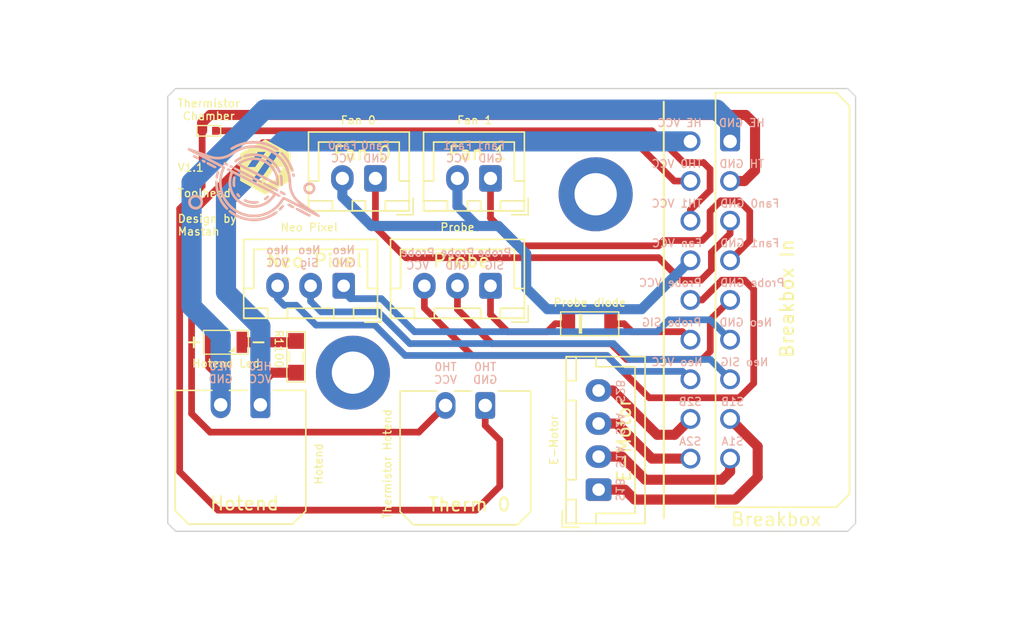
<source format=kicad_pcb>
(kicad_pcb (version 20211014) (generator pcbnew)
  (layers (0 "F.Cu" signal) (31 "B.Cu" signal) (34 "B.Paste" user) (35 "F.Paste" user) (36 "B.SilkS" user "B.Silkscreen") (37 "F.SilkS" user "F.Silkscreen") (38 "B.Mask" user) (39 "F.Mask" user) (44 "Edge.Cuts" user))
  (net 0 "")
  (footprint "Connector_Molex:Molex_Micro-Fit_3.0_43650-0200_1x02_P3.00mm_Horizontal" (layer "F.Cu") (at 92 102.48 180)
    (fp_text reference "Therm 0" (at 1.2 -7.5) (layer "F.SilkS"))
    (fp_text value "Molex_Micro-Fit_3.0_43650-0200_1x02_P3.00mm_Horizontal" hide)
    (pad "" np_thru_hole circle (at 1.5 -4.32 180) (size 3 3) (drill 3) (layers *.Cu *.Mask))
    (pad "1" thru_hole roundrect (at 0 0 180) (size 1.5 2.02) (drill 1.02) (layers *.Cu *.Mask) (roundrect_rratio 0.1666673333))
    (pad "2" thru_hole oval (at 3 0 180) (size 1.5 2.02) (drill 1.02) (layers *.Cu *.Mask))
  )
  (footprint "MountingHole:MountingHole_3.2mm_M3_DIN965_Pad" (layer "F.Cu") (at 100.35 86.5)
    (fp_text reference "REF**" hide)
    (fp_text value "MountingHole_3.2mm_M3_DIN965_Pad" hide)
    (pad "1" thru_hole circle (at 0 0) (size 5.6 5.6) (drill 3.2) (layers *.Cu *.Mask))
  )
  (footprint "Connector_JST:JST_XH_B3B-XH-A_1x03_P2.50mm_Vertical" (layer "F.Cu") (at 81.3 93.425 180)
    (fp_text reference "Neo Pixel" (at 2.2 1.9) (layer "F.SilkS"))
    (fp_text value "JST_XH_B3B-XH-A_1x03_P2.50mm_Vertical" hide)
    (pad "1" thru_hole roundrect (at 0 0 180) (size 1.7 1.95) (drill 0.95) (layers *.Cu *.Mask) (roundrect_rratio 0.1470588235))
    (pad "2" thru_hole oval (at 2.5 0 180) (size 1.7 1.95) (drill 0.95) (layers *.Cu *.Mask))
    (pad "3" thru_hole oval (at 5 0 180) (size 1.7 1.95) (drill 0.95) (layers *.Cu *.Mask))
  )
  (footprint "Connector_JST:JST_XH_B4B-XH-A_1x04_P2.50mm_Vertical" (layer "F.Cu") (at 100.575 108.85 90)
    (fp_text reference "E-Motor" (at 3.75 1.925 90) (layer "F.SilkS"))
    (fp_text value "JST_XH_B4B-XH-A_1x04_P2.50mm_Vertical" hide)
    (pad "1" thru_hole roundrect (at 0 0 90) (size 1.7 1.95) (drill 0.95) (layers *.Cu *.Mask) (roundrect_rratio 0.1470588235))
    (pad "2" thru_hole oval (at 2.5 0 90) (size 1.7 1.95) (drill 0.95) (layers *.Cu *.Mask))
    (pad "3" thru_hole oval (at 5 0 90) (size 1.7 1.95) (drill 0.95) (layers *.Cu *.Mask))
    (pad "4" thru_hole oval (at 7.5 0 90) (size 1.7 1.95) (drill 0.95) (layers *.Cu *.Mask))
  )
  (footprint "voron_diode:BAS85,135" (layer "F.Cu") (at 99.9 96.3)
    (fp_text reference "Probe filter diode" hide)
    (fp_text value "BAS85,135" hide)
    (pad "1" smd rect (at -1.6 0) (size 1 1.6) (layers "F.Cu" "F.Paste" "F.Mask"))
    (pad "2" smd rect (at 1.6 0) (size 1 1.6) (layers "F.Cu" "F.Paste" "F.Mask"))
  )
  (footprint "voron_resistor:CR0805-FX-1101ELF" (layer "F.Cu") (at 77.7 98.8 -90)
    (fp_text reference "R1100" (at -0.6 1.3 -90 unlocked) (layer "F.SilkS") (effects (font (size 0.6 0.6) (thickness 0.1))))
    (fp_text value "CR0805-FX-1101ELF" hide)
    (pad "1" smd rect (at -1.2 0 270) (size 1.2 1.2) (layers "F.Cu" "F.Paste" "F.Mask"))
    (pad "2" smd rect (at 1.2 0 270) (size 1.2 1.2) (layers "F.Cu" "F.Paste" "F.Mask"))
  )
  (footprint "voron_thermistor:NTCS0402E3104FHT" (layer "F.Cu") (at 71.1 81.7)
    (fp_text reference "Thermistor Chamber" hide)
    (fp_text value "NTCS0402E3104FHT" hide)
    (pad "1" smd rect (at -0.5015 -0.001) (size 0.5 0.6) (layers "F.Cu" "F.Paste" "F.Mask"))
    (pad "2" smd rect (at 0.5 0) (size 0.5 0.6) (layers "F.Cu" "F.Paste" "F.Mask"))
  )
  (footprint "MountingHole:MountingHole_3.2mm_M3_DIN965_Pad" (layer "F.Cu") (at 82 100)
    (fp_text reference "REF**" hide)
    (fp_text value "MountingHole_3.2mm_M3_DIN965_Pad" hide)
    (pad "1" thru_hole circle (at 0 0) (size 5.6 5.6) (drill 3.2) (layers *.Cu *.Mask))
  )
  (footprint "Connector_Molex:Molex_Micro-Fit_3.0_43650-0200_1x02_P3.00mm_Horizontal" (layer "F.Cu") (at 75 102.43 180)
    (fp_text reference "Hotend" (at 1.2 -7.47) (layer "F.SilkS"))
    (fp_text value "Molex_Micro-Fit_3.0_43650-0200_1x02_P3.00mm_Horizontal" hide)
    (pad "" np_thru_hole circle (at 1.5 -4.32 180) (size 3 3) (drill 3) (layers *.Cu *.Mask))
    (pad "1" thru_hole roundrect (at 0 0 180) (size 1.5 2.02) (drill 1.02) (layers *.Cu *.Mask) (roundrect_rratio 0.1666673333))
    (pad "2" thru_hole oval (at 3 0 180) (size 1.5 2.02) (drill 1.02) (layers *.Cu *.Mask))
  )
  (footprint "Connector_JST:JST_XH_B2B-XH-A_1x02_P2.50mm_Vertical" (layer "F.Cu") (at 92.4 85.3 180)
    (fp_text reference "Fan 1" (at 1 1.9) (layer "F.SilkS"))
    (fp_text value "JST_XH_B2B-XH-A_1x02_P2.50mm_Vertical" hide)
    (pad "1" thru_hole roundrect (at 0 0 180) (size 1.7 2) (drill 1) (layers *.Cu *.Mask) (roundrect_rratio 0.1470588235))
    (pad "2" thru_hole oval (at 2.5 0 180) (size 1.7 2) (drill 1) (layers *.Cu *.Mask))
  )
  (footprint "voron_logo:voron_logo_5x5_negatif" (layer "F.Cu") (at 75.4 84.4)
    (fp_text reference "G***" hide)
    (fp_text value "LOGO" hide)
  )
  (footprint "voron_led:150302RS73100" (layer "F.Cu") (at 72.4 97.7)
    (fp_text reference "Hotend Led" (at 0 1.6 unlocked) (layer "F.SilkS") (effects (font (size 0.6 0.6) (thickness 0.1))))
    (fp_text value "150302RS73100" hide)
    (fp_text user "+" (at -2.43 -0.07 unlocked) (layer "F.SilkS"))
    (fp_text user "-" (at 2.46 -0.07 unlocked) (layer "F.SilkS"))
    (pad "1" smd rect (at -1.2 0) (size 0.8 1.6) (layers "F.Cu" "F.Paste" "F.Mask"))
    (pad "2" smd rect (at 1.2 0) (size 0.8 1.6) (layers "F.Cu" "F.Paste" "F.Mask"))
  )
  (footprint "Connector_Molex:Molex_Micro-Fit_3.0_43045-1800_2x09_P3.00mm_Horizontal" (layer "F.Cu") (at 110.515 82.5 -90)
    (fp_text reference "Breakbox In" (at 11.89 -4.3 90) (layer "F.SilkS"))
    (fp_text value "Molex_Micro-Fit_3.0_43045-1800_2x09_P3.00mm_Horizontal" hide)
    (pad "" np_thru_hole circle (at 21.86 -4.32 270) (size 3 3) (drill 3) (layers *.Cu *.Mask))
    (pad "" np_thru_hole circle (at 2.16 -4.32 270) (size 3 3) (drill 3) (layers *.Cu *.Mask))
    (pad "1" thru_hole roundrect (at 0 0 270) (size 1.5 1.5) (drill 1.02) (layers *.Cu *.Mask) (roundrect_rratio 0.1666673333))
    (pad "2" thru_hole circle (at 3 0 270) (size 1.5 1.5) (drill 1.02) (layers *.Cu *.Mask))
    (pad "3" thru_hole circle (at 6 0 270) (size 1.5 1.5) (drill 1.02) (layers *.Cu *.Mask))
    (pad "4" thru_hole circle (at 9 0 270) (size 1.5 1.5) (drill 1.02) (layers *.Cu *.Mask))
    (pad "5" thru_hole circle (at 12 0 270) (size 1.5 1.5) (drill 1.02) (layers *.Cu *.Mask))
    (pad "6" thru_hole circle (at 15 0 270) (size 1.5 1.5) (drill 1.02) (layers *.Cu *.Mask))
    (pad "7" thru_hole circle (at 18 0 270) (size 1.5 1.5) (drill 1.02) (layers *.Cu *.Mask))
    (pad "8" thru_hole circle (at 21 0 270) (size 1.5 1.5) (drill 1.02) (layers *.Cu *.Mask))
    (pad "9" thru_hole circle (at 24 0 270) (size 1.5 1.5) (drill 1.02) (layers *.Cu *.Mask))
    (pad "10" thru_hole circle (at 0 3 270) (size 1.5 1.5) (drill 1.02) (layers *.Cu *.Mask))
    (pad "11" thru_hole circle (at 3 3 270) (size 1.5 1.5) (drill 1.02) (layers *.Cu *.Mask))
    (pad "12" thru_hole circle (at 6 3 270) (size 1.5 1.5) (drill 1.02) (layers *.Cu *.Mask))
    (pad "13" thru_hole circle (at 9 3 270) (size 1.5 1.5) (drill 1.02) (layers *.Cu *.Mask))
    (pad "14" thru_hole circle (at 12 3 270) (size 1.5 1.5) (drill 1.02) (layers *.Cu *.Mask))
    (pad "15" thru_hole circle (at 15 3 270) (size 1.5 1.5) (drill 1.02) (layers *.Cu *.Mask))
    (pad "16" thru_hole circle (at 18 3 270) (size 1.5 1.5) (drill 1.02) (layers *.Cu *.Mask))
    (pad "17" thru_hole circle (at 21 3 270) (size 1.5 1.5) (drill 1.02) (layers *.Cu *.Mask))
    (pad "18" thru_hole circle (at 24 3 270) (size 1.5 1.5) (drill 1.02) (layers *.Cu *.Mask))
  )
  (footprint "Connector_JST:JST_XH_B2B-XH-A_1x02_P2.50mm_Vertical" (layer "F.Cu") (at 83.7 85.3 180)
    (fp_text reference "Fan 0" (at 1 1.9) (layer "F.SilkS"))
    (fp_text value "JST_XH_B2B-XH-A_1x02_P2.50mm_Vertical" hide)
    (pad "1" thru_hole roundrect (at 0 0 180) (size 1.7 2) (drill 1) (layers *.Cu *.Mask) (roundrect_rratio 0.1470588235))
    (pad "2" thru_hole oval (at 2.5 0 180) (size 1.7 2) (drill 1) (layers *.Cu *.Mask))
  )
  (footprint "Connector_JST:JST_XH_B3B-XH-A_1x03_P2.50mm_Vertical" (layer "F.Cu") (at 92.4 93.425 180)
    (fp_text reference "Probe" (at 2.2 1.9) (layer "F.SilkS"))
    (fp_text value "JST_XH_B3B-XH-A_1x03_P2.50mm_Vertical" hide)
    (pad "1" thru_hole roundrect (at 0 0 180) (size 1.7 1.95) (drill 0.95) (layers *.Cu *.Mask) (roundrect_rratio 0.1470588235))
    (pad "2" thru_hole oval (at 2.5 0 180) (size 1.7 1.95) (drill 0.95) (layers *.Cu *.Mask))
    (pad "3" thru_hole oval (at 5 0 180) (size 1.7 1.95) (drill 0.95) (layers *.Cu *.Mask))
  )
  (footprint "voron_logo:black_hole_10x10" (layer "B.Cu") (at 74.5 85.5 180)
    (fp_text reference "G***" hide)
    (fp_text value "LOGO" hide)
  )
  (gr_line (start 105.5 79.5) (end 105.5 111) (layer "F.SilkS") (width 0.15))
  (gr_line (start 68.6 112) (end 68 111.4) (layer "Edge.Cuts") (width 0.1))
  (gr_line (start 68.6 78.5) (end 68 79.1) (layer "Edge.Cuts") (width 0.1))
  (gr_line (start 68 79.1) (end 68 111.4) (layer "Edge.Cuts") (width 0.1))
  (gr_line (start 120 111.4) (end 120 79.1) (layer "Edge.Cuts") (width 0.1))
  (gr_line (start 119.4 78.5) (end 68.6 78.5) (layer "Edge.Cuts") (width 0.1))
  (gr_line (start 68.6 112) (end 119.4 112) (layer "Edge.Cuts") (width 0.1))
  (gr_line (start 119.4 112) (end 120 111.4) (layer "Edge.Cuts") (width 0.1))
  (gr_line (start 119.4 78.5) (end 120 79.1) (layer "Edge.Cuts") (width 0.1))
  (gr_text "S2A" (at 107.5 105.2) (layer "B.SilkS") (effects (font (size 0.6 0.6) (thickness 0.1)) (justify mirror)))
  (gr_text "Neo\nGND" (at 81.3 91.2) (layer "B.SilkS") (effects (font (size 0.6 0.6) (thickness 0.1)) (justify mirror)))
  (gr_text "Fan0\nVCC" (at 81.2 83.3) (layer "B.SilkS") (effects (font (size 0.6 0.6) (thickness 0.1)) (justify mirror)))
  (gr_text "TH0\nVCC" (at 89 100.05) (layer "B.SilkS") (effects (font (size 0.6 0.6) (thickness 0.1)) (justify mirror)))
  (gr_text "S1B" (at 102.175 108.85 -90) (layer "B.SilkS") (effects (font (size 0.6 0.6) (thickness 0.1)) (justify mirror)))
  (gr_text "Neo\nSig" (at 78.7 91.2) (layer "B.SilkS") (effects (font (size 0.6 0.6) (thickness 0.1)) (justify mirror)))
  (gr_text "Probe VCC" (at 106 93.2) (layer "B.SilkS") (effects (font (size 0.6 0.6) (thickness 0.1)) (justify mirror)))
  (gr_text "TH GND" (at 111.4 84.2) (layer "B.SilkS") (effects (font (size 0.6 0.6) (thickness 0.1)) (justify mirror)))
  (gr_text "Probe SIG" (at 106.1 96.2) (layer "B.SilkS") (effects (font (size 0.6 0.6) (thickness 0.1)) (justify mirror)))
  (gr_text "S1A" (at 102.2 106.4 -90) (layer "B.SilkS") (effects (font (size 0.6 0.6) (thickness 0.1)) (justify mirror)))
  (gr_text "S1B" (at 110.7 102.2) (layer "B.SilkS") (effects (font (size 0.6 0.6) (thickness 0.1)) (justify mirror)))
  (gr_text "Probe GND" (at 112.2 93.2) (layer "B.SilkS") (effects (font (size 0.6 0.6) (thickness 0.1)) (justify mirror)))
  (gr_text "Probe\nGND" (at 89.9 91.4) (layer "B.SilkS") (effects (font (size 0.6 0.6) (thickness 0.1)) (justify mirror)))
  (gr_text "TH0 VCC" (at 106.5 84.2) (layer "B.SilkS") (effects (font (size 0.6 0.6) (thickness 0.1)) (justify mirror)))
  (gr_text "TH0\nGND" (at 92 100.05) (layer "B.SilkS") (effects (font (size 0.6 0.6) (thickness 0.1)) (justify mirror)))
  (gr_text "Neo SIG" (at 111.6 99.2) (layer "B.SilkS") (effects (font (size 0.6 0.6) (thickness 0.1)) (justify mirror)))
  (gr_text "Neo VCC" (at 106.5 99.2) (layer "B.SilkS") (effects (font (size 0.6 0.6) (thickness 0.1)) (justify mirror)))
  (gr_text "HE VCC" (at 106.7 81.1) (layer "B.SilkS") (effects (font (size 0.6 0.6) (thickness 0.1)) (justify mirror)))
  (gr_text "Fan0\nGND" (at 83.7 83.3) (layer "B.SilkS") (effects (font (size 0.6 0.6) (thickness 0.1)) (justify mirror)))
  (gr_text "S2B" (at 102.2 101.4 -90) (layer "B.SilkS") (effects (font (size 0.6 0.6) (thickness 0.1)) (justify mirror)))
  (gr_text "Fan0 GND" (at 112 87.2) (layer "B.SilkS") (effects (font (size 0.6 0.6) (thickness 0.1)) (justify mirror)))
  (gr_text "HE0\nVCC" (at 75 100) (layer "B.SilkS") (effects (font (size 0.6 0.6) (thickness 0.1)) (justify mirror)))
  (gr_text "Neo\nVCC" (at 76.3 91.2) (layer "B.SilkS") (effects (font (size 0.6 0.6) (thickness 0.1)) (justify mirror)))
  (gr_text "S1A" (at 110.7 105.2) (layer "B.SilkS") (effects (font (size 0.6 0.6) (thickness 0.1)) (justify mirror)))
  (gr_text "Fan1\nGND" (at 92.4 83.3) (layer "B.SilkS") (effects (font (size 0.6 0.6) (thickness 0.1)) (justify mirror)))
  (gr_text "S2A" (at 102.2 103.9 -90) (layer "B.SilkS") (effects (font (size 0.6 0.6) (thickness 0.1)) (justify mirror)))
  (gr_text "HE GND" (at 111.4 81.1) (layer "B.SilkS") (effects (font (size 0.6 0.6) (thickness 0.1)) (justify mirror)))
  (gr_text "Probe\nSIG" (at 92.7 91.4) (layer "B.SilkS") (effects (font (size 0.6 0.6) (thickness 0.1)) (justify mirror)))
  (gr_text "TH1 VCC" (at 106.5 87.2) (layer "B.SilkS") (effects (font (size 0.6 0.6) (thickness 0.1)) (justify mirror)))
  (gr_text "HE0\nGND" (at 72 100) (layer "B.SilkS") (effects (font (size 0.6 0.6) (thickness 0.1)) (justify mirror)))
  (gr_text "S2B" (at 107.5 102.2) (layer "B.SilkS") (effects (font (size 0.6 0.6) (thickness 0.1)) (justify mirror)))
  (gr_text "Fan1 GND" (at 112 90.2) (layer "B.SilkS") (effects (font (size 0.6 0.6) (thickness 0.1)) (justify mirror)))
  (gr_text "Probe\nVCC" (at 86.9 91.4) (layer "B.SilkS") (effects (font (size 0.6 0.6) (thickness 0.1)) (justify mirror)))
  (gr_text "Fan1\nVCC" (at 89.9 83.3) (layer "B.SilkS") (effects (font (size 0.6 0.6) (thickness 0.1)) (justify mirror)))
  (gr_text "Neo GND" (at 111.7 96.2) (layer "B.SilkS") (effects (font (size 0.6 0.6) (thickness 0.1)) (justify mirror)))
  (gr_text "Fan VCC" (at 106.5 90.2) (layer "B.SilkS") (effects (font (size 0.6 0.6) (thickness 0.1)) (justify mirror)))
  (gr_text "Probe diode" (at 99.9 94.7) (layer "F.SilkS") (effects (font (size 0.6 0.6) (thickness 0.1))))
  (gr_text "Probe" (at 89.9 89) (layer "F.SilkS") (effects (font (size 0.6 0.6) (thickness 0.1))))
  (gr_text "Thermistor Hotend" (at 84.6 106.9 90) (layer "F.SilkS") (effects (font (size 0.6 0.6) (thickness 0.1))))
  (gr_text "Neo Pixel" (at 78.7 89) (layer "F.SilkS") (effects (font (size 0.6 0.6) (thickness 0.1))))
  (gr_text "Thermistor\nChamber" (at 71.1 80.1) (layer "F.SilkS") (effects (font (size 0.6 0.6) (thickness 0.1))))
  (gr_text "Breakbox" (at 114 111.1) (layer "F.SilkS") (effects (font (size 1 1) (thickness 0.13))))
  (gr_text "E-Motor" (at 97.2 105.1 90) (layer "F.SilkS") (effects (font (size 0.6 0.6) (thickness 0.1))))
  (gr_text "Hotend" (at 79.4 106.9 90) (layer "F.SilkS") (effects (font (size 0.6 0.6) (thickness 0.1))))
  (gr_text "Fan 1" (at 91.2 80.9) (layer "F.SilkS") (effects (font (size 0.6 0.6) (thickness 0.1))))
  (gr_text "V1.1\n\nToolhead\n\nDesign by\nMastah" (at 68.7 86.9) (layer "F.SilkS") (effects (font (size 0.6 0.6) (thickness 0.1)) (justify left)))
  (gr_text "Fan 0" (at 82.4 80.9) (layer "F.SilkS") (effects (font (size 0.6 0.6) (thickness 0.1))))
  (segment (start 91.3 110.4) (end 93.1 108.6) (width 0.508) (layer "F.Cu") (net 0))
  (segment (start 107.515 87.685) (end 109 86.2) (width 0.508) (layer "F.Cu") (net 0))
  (segment (start 87.4 95.1) (end 87.4 93.425) (width 0.508) (layer "F.Cu") (net 0))
  (segment (start 110.9 109.6) (end 103.3 109.6) (width 0.762) (layer "F.Cu") (net 0))
  (segment (start 109.015 96) (end 109.015 98.385) (width 0.508) (layer "F.Cu") (net 0))
  (segment (start 106.315 104.7) (end 105 104.7) (width 0.762) (layer "F.Cu") (net 0))
  (segment (start 86.98 104.5) (end 89 102.48) (width 0.508) (layer "F.Cu") (net 0))
  (segment (start 68.9 87.6) (end 68.9 107.5) (width 0.508) (layer "F.Cu") (net 0))
  (segment (start 110.515 91.5) (end 112 90.015) (width 0.508) (layer "F.Cu") (net 0))
  (segment (start 109.8 87) (end 109 87.8) (width 0.508) (layer "F.Cu") (net 0))
  (segment (start 110.515 94.5) (end 109.015 96) (width 0.508) (layer "F.Cu") (net 0))
  (segment (start 91 98.7) (end 87.4 95.1) (width 0.508) (layer "F.Cu") (net 0))
  (segment (start 109 86.2) (end 109 84.6) (width 0.508) (layer "F.Cu") (net 0))
  (segment (start 70.6 81.7005) (end 70.6 85.9) (width 0.508) (layer "F.Cu") (net 0))
  (segment (start 110.515 89.485) (end 109.1 90.9) (width 0.508) (layer "F.Cu") (net 0))
  (segment (start 111.6 93) (end 112.3 93.7) (width 0.508) (layer "F.Cu") (net 0))
  (segment (start 112.4 81.2) (end 111.7 80.5) (width 0.762) (layer "F.Cu") (net 0))
  (segment (start 75 100.8) (end 75 102.43) (width 0.762) (layer "F.Cu") (net 0))
  (segment (start 104.6 81.7) (end 71.6 81.7) (width 0.508) (layer "F.Cu") (net 0))
  (segment (start 112 87.8) (end 111.2 87) (width 0.508) (layer "F.Cu") (net 0))
  (segment (start 103.1 96.9) (end 102.5 96.3) (width 0.508) (layer "F.Cu") (net 0))
  (segment (start 110.515 103.5) (end 112.6 105.585) (width 0.762) (layer "F.Cu") (net 0))
  (segment (start 92.425 93.4) (end 92.4 93.425) (width 0.508) (layer "F.Cu") (net 0))
  (segment (start 92.4 88.3) (end 92.4 85.3) (width 0.508) (layer "F.Cu") (net 0))
  (segment (start 107.515 106.5) (end 104.6 106.5) (width 0.762) (layer "F.Cu") (net 0))
  (segment (start 105.1 90.4) (end 94.5 90.4) (width 0.508) (layer "F.Cu") (net 0))
  (segment (start 73.6 97.7) (end 77.6 97.7) (width 0.762) (layer "F.Cu") (net 0))
  (segment (start 93.1 108.6) (end 93.1 105.1) (width 0.508) (layer "F.Cu") (net 0))
  (segment (start 102.7 99) (end 101.5 97.8) (width 0.508) (layer "F.Cu") (net 0))
  (segment (start 103.3 109.6) (end 102.55 108.85) (width 0.762) (layer "F.Cu") (net 0))
  (segment (start 92.5 97.8) (end 89.9 95.2) (width 0.508) (layer "F.Cu") (net 0))
  (segment (start 108.4 99) (end 102.7 99) (width 0.508) (layer "F.Cu") (net 0))
  (segment (start 92.4 95.6) (end 92.4 93.425) (width 0.508) (layer "F.Cu") (net 0))
  (segment (start 109 87.8) (end 109 89.4) (width 0.508) (layer "F.Cu") (net 0))
  (segment (start 109.9 108.1) (end 104.1 108.1) (width 0.762) (layer "F.Cu") (net 0))
  (segment (start 69.8 103.1) (end 71.2 104.5) (width 0.508) (layer "F.Cu") (net 0))
  (segment (start 112.3 93.7) (end 112.3 100.8) (width 0.508) (layer "F.Cu") (net 0))
  (segment (start 107 84.1) (end 104.6 81.7) (width 0.508) (layer "F.Cu") (net 0))
  (segment (start 77.7 100) (end 75.8 100) (width 0.762) (layer "F.Cu") (net 0))
  (segment (start 111.7 80.5) (end 71.2 80.5) (width 0.762) (layer "F.Cu") (net 0))
  (segment (start 71.8 110.4) (end 91.3 110.4) (width 0.508) (layer "F.Cu") (net 0))
  (segment (start 100.725 106.5) (end 100.575 106.35) (width 0.762) (layer "F.Cu") (net 0))
  (segment (start 110.515 85.5) (end 111.6 85.5) (width 0.762) (layer "F.Cu") (net 0))
  (segment (start 112.6 107.9) (end 110.9 109.6) (width 0.762) (layer "F.Cu") (net 0))
  (segment (start 108.5 84.1) (end 107 84.1) (width 0.508) (layer "F.Cu") (net 0))
  (segment (start 71.2 104.5) (end 86.98 104.5) (width 0.508) (layer "F.Cu") (net 0))
  (segment (start 93.1 105.1) (end 92 104) (width 0.508) (layer "F.Cu") (net 0))
  (segment (start 69.8 88) (end 69.8 103.1) (width 0.508) (layer "F.Cu") (net 0))
  (segment (start 102.55 108.85) (end 100.575 108.85) (width 0.762) (layer "F.Cu") (net 0))
  (segment (start 106.915 96.9) (end 103.1 96.9) (width 0.508) (layer "F.Cu") (net 0))
  (segment (start 72 100.3) (end 72 102.43) (width 0.762) (layer "F.Cu") (net 0))
  (segment (start 105 104.7) (end 101.65 101.35) (width 0.762) (layer "F.Cu") (net 0))
  (segment (start 103.4 82.6) (end 75.2 82.6) (width 0.508) (layer "F.Cu") (net 0))
  (segment (start 75.2 82.6) (end 69.8 88) (width 0.508) (layer "F.Cu") (net 0))
  (segment (start 108.3 93) (end 106.8 93) (width 0.508) (layer "F.Cu") (net 0))
  (segment (start 105.5 90) (end 105.1 90.4) (width 0.508) (layer "F.Cu") (net 0))
  (segment (start 83.7 89) (end 83.7 85.3) (width 0.508) (layer "F.Cu") (net 0))
  (segment (start 102.35 106.35) (end 100.575 106.35) (width 0.762) (layer "F.Cu") (net 0))
  (segment (start 104.1 108.1) (end 102.35 106.35) (width 0.762) (layer "F.Cu") (net 0))
  (segment (start 108.4 90) (end 105.5 90) (width 0.508) (layer "F.Cu") (net 0))
  (segment (start 93.7 96.9) (end 92.4 95.6) (width 0.508) (layer "F.Cu") (net 0))
  (segment (start 97.3 96.3) (end 96.7 96.9) (width 0.508) (layer "F.Cu") (net 0))
  (segment (start 86 91.3) (end 83.7 89) (width 0.508) (layer "F.Cu") (net 0))
  (segment (start 70.6 85.9) (end 68.9 87.6) (width 0.508) (layer "F.Cu") (net 0))
  (segment (start 107.515 103.5) (end 106.315 104.7) (width 0.762) (layer "F.Cu") (net 0))
  (segment (start 107.515 88.5) (end 107.515 87.685) (width 0.508) (layer "F.Cu") (net 0))
  (segment (start 109 84.6) (end 108.5 84.1) (width 0.508) (layer "F.Cu") (net 0))
  (segment (start 105.1 91.3) (end 86 91.3) (width 0.508) (layer "F.Cu") (net 0))
  (segment (start 92 104) (end 92 102.48) (width 0.508) (layer "F.Cu") (net 0))
  (segment (start 101.5 97.8) (end 92.5 97.8) (width 0.508) (layer "F.Cu") (net 0))
  (segment (start 106.8 93) (end 105.1 91.3) (width 0.508) (layer "F.Cu") (net 0))
  (segment (start 71.2 99.5) (end 72 100.3) (width 0.762) (layer "F.Cu") (net 0))
  (segment (start 107.515 94.5) (end 108.4 94.5) (width 0.508) (layer "F.Cu") (net 0))
  (segment (start 112.4 84.7) (end 112.4 81.2) (width 0.762) (layer "F.Cu") (net 0))
  (segment (start 101.2 98.7) (end 91 98.7) (width 0.508) (layer "F.Cu") (net 0))
  (segment (start 75.8 100) (end 75 100.8) (width 0.762) (layer "F.Cu") (net 0))
  (segment (start 109.1 90.9) (end 109.1 92.2) (width 0.508) (layer "F.Cu") (net 0))
  (segment (start 89.9 95.2) (end 89.9 93.425) (width 0.508) (layer "F.Cu") (net 0))
  (segment (start 112.6 105.585) (end 112.6 107.9) (width 0.762) (layer "F.Cu") (net 0))
  (segment (start 102.5 96.3) (end 101.5 96.3) (width 0.508) (layer "F.Cu") (net 0))
  (segment (start 104.4 101.9) (end 101.2 98.7) (width 0.508) (layer "F.Cu") (net 0))
  (segment (start 110.515 88.5) (end 110.515 89.485) (width 0.508) (layer "F.Cu") (net 0))
  (segment (start 111.6 85.5) (end 112.4 84.7) (width 0.762) (layer "F.Cu") (net 0))
  (segment (start 109.015 98.385) (end 108.4 99) (width 0.508) (layer "F.Cu") (net 0))
  (segment (start 68.9 107.5) (end 71.8 110.4) (width 0.508) (layer "F.Cu") (net 0))
  (segment (start 94.5 90.4) (end 92.4 88.3) (width 0.508) (layer "F.Cu") (net 0))
  (segment (start 77.6 97.7) (end 77.7 97.6) (width 0.762) (layer "F.Cu") (net 0))
  (segment (start 111.2 87) (end 109.8 87) (width 0.508) (layer "F.Cu") (net 0))
  (segment (start 110.515 107.485) (end 109.9 108.1) (width 0.762) (layer "F.Cu") (net 0))
  (segment (start 106.3 85.5) (end 103.4 82.6) (width 0.508) (layer "F.Cu") (net 0))
  (segment (start 104.6 106.5) (end 101.95 103.85) (width 0.762) (layer "F.Cu") (net 0))
  (segment (start 70.5985 81.699) (end 70.6 81.7005) (width 0.508) (layer "F.Cu") (net 0))
  (segment (start 96.7 96.9) (end 93.7 96.9) (width 0.508) (layer "F.Cu") (net 0))
  (segment (start 111.2 101.9) (end 104.4 101.9) (width 0.508) (layer "F.Cu") (net 0))
  (segment (start 107.515 97.5) (end 106.915 96.9) (width 0.508) (layer "F.Cu") (net 0))
  (segment (start 110.515 106.5) (end 110.515 107.485) (width 0.762) (layer "F.Cu") (net 0))
  (segment (start 107.515 85.5) (end 106.3 85.5) (width 0.508) (layer "F.Cu") (net 0))
  (segment (start 108.4 94.5) (end 109.9 93) (width 0.508) (layer "F.Cu") (net 0))
  (segment (start 112.3 100.8) (end 111.2 101.9) (width 0.508) (layer "F.Cu") (net 0))
  (segment (start 70.5985 81.1015) (end 70.5985 81.699) (width 0.762) (layer "F.Cu") (net 0))
  (segment (start 71.2 80.5) (end 70.5985 81.1015) (width 0.762) (layer "F.Cu") (net 0))
  (segment (start 109 89.4) (end 108.4 90) (width 0.508) (layer "F.Cu") (net 0))
  (segment (start 112 90.015) (end 112 87.8) (width 0.508) (layer "F.Cu") (net 0))
  (segment (start 71.2 97.7) (end 71.2 99.5) (width 0.762) (layer "F.Cu") (net 0))
  (segment (start 109.9 93) (end 111.6 93) (width 0.508) (layer "F.Cu") (net 0))
  (segment (start 101.95 103.85) (end 100.575 103.85) (width 0.762) (layer "F.Cu") (net 0))
  (segment (start 101.65 101.35) (end 100.575 101.35) (width 0.762) (layer "F.Cu") (net 0))
  (segment (start 109.1 92.2) (end 108.3 93) (width 0.508) (layer "F.Cu") (net 0))
  (segment (start 98.3 96.3) (end 97.3 96.3) (width 0.508) (layer "F.Cu") (net 0))
  (segment (start 107.515 100.5) (end 106.915 99.9) (width 0.508) (layer "B.Cu") (net 0))
  (segment (start 84.15 94.4) (end 81.8 94.4) (width 0.508) (layer "B.Cu") (net 0))
  (segment (start 76.7 82.5) (end 72.4 86.8) (width 1.524) (layer "B.Cu") (net 0))
  (segment (start 103.815 95.2) (end 107.515 91.5) (width 0.762) (layer "B.Cu") (net 0))
  (segment (start 75.3 80.1) (end 69.8 85.6) (width 1.524) (layer "B.Cu") (net 0))
  (segment (start 101.2 98.7) (end 85.95 98.7) (width 0.508) (layer "B.Cu") (net 0))
  (segment (start 109.015 99) (end 102.9 99) (width 0.508) (layer "B.Cu") (net 0))
  (segment (start 72.4 93.9) (end 75 96.5) (width 1.524) (layer "B.Cu") (net 0))
  (segment (start 81.2 86.7) (end 83.4 88.9) (width 0.762) (layer "B.Cu") (net 0))
  (segment (start 110.515 82.5) (end 110.515 81.115) (width 1.524) (layer "B.Cu") (net 0))
  (segment (start 91.4 88.9) (end 93 88.9) (width 0.762) (layer "B.Cu") (net 0))
  (segment (start 69.8 95) (end 72 97.2) (width 1.524) (layer "B.Cu") (net 0))
  (segment (start 89.9 87.4) (end 91.4 88.9) (width 0.762) (layer "B.Cu") (net 0))
  (segment (start 69.8 85.6) (end 69.8 95) (width 1.524) (layer "B.Cu") (net 0))
  (segment (start 86.65 96.9) (end 84.15 94.4) (width 0.508) (layer "B.Cu") (net 0))
  (segment (start 95.1 91) (end 95.1 93.6) (width 0.762) (layer "B.Cu") (net 0))
  (segment (start 79.209375 96.4) (end 77.709375 94.9) (width 0.508) (layer "B.Cu") (net 0))
  (segment (start 109.015 96) (end 105.9 96) (width 0.508) (layer "B.Cu") (net 0))
  (segment (start 77.709375 94.9) (end 76.8 94.9) (width 0.508) (layer "B.Cu") (net 0))
  (segment (start 81.3 93.9) (end 81.3 93.425) (width 0.508) (layer "B.Cu") (net 0))
  (segment (start 101.7 97.8) (end 86.3 97.8) (width 0.508) (layer "B.Cu") (net 0))
  (segment (start 110.515 97.5) (end 109.015 96) (width 0.508) (layer "B.Cu") (net 0))
  (segment (start 79.6 95.4) (end 78.8 94.6) (width 0.508) (layer "B.Cu") (net 0))
  (segment (start 105 96.9) (end 86.65 96.9) (width 0.508) (layer "B.Cu") (net 0))
  (segment (start 83.4 88.9) (end 91.4 88.9) (width 0.762) (layer "B.Cu") (net 0))
  (segment (start 96.7 95.2) (end 103.815 95.2) (width 0.762) (layer "B.Cu") (net 0))
  (segment (start 93 88.9) (end 95.1 91) (width 0.762) (layer "B.Cu") (net 0))
  (segment (start 110.515 100.5) (end 109.015 99) (width 0.508) (layer "B.Cu") (net 0))
  (segment (start 107.515 82.5) (end 76.7 82.5) (width 1.524) (layer "B.Cu") (net 0))
  (segment (start 83.65 96.4) (end 79.209375 96.4) (width 0.508) (layer "B.Cu") (net 0))
  (segment (start 76.8 94.9) (end 76.3 94.4) (width 0.508) (layer "B.Cu") (net 0))
  (segment (start 95.1 93.6) (end 96.7 95.2) (width 0.762) (layer "B.Cu") (net 0))
  (segment (start 106.915 99.9) (end 102.4 99.9) (width 0.508) (layer "B.Cu") (net 0))
  (segment (start 72.4 86.8) (end 72.4 93.9) (width 1.524) (layer "B.Cu") (net 0))
  (segment (start 105.9 96) (end 105 96.9) (width 0.508) (layer "B.Cu") (net 0))
  (segment (start 76.3 94.4) (end 76.3 93.425) (width 0.508) (layer "B.Cu") (net 0))
  (segment (start 83.9 95.4) (end 79.6 95.4) (width 0.508) (layer "B.Cu") (net 0))
  (segment (start 89.9 85.3) (end 89.9 87.4) (width 0.762) (layer "B.Cu") (net 0))
  (segment (start 86.3 97.8) (end 83.9 95.4) (width 0.508) (layer "B.Cu") (net 0))
  (segment (start 107.515 85.5) (end 107.5 85.5) (width 0.508) (layer "B.Cu") (net 0))
  (segment (start 85.95 98.7) (end 83.65 96.4) (width 0.508) (layer "B.Cu") (net 0))
  (segment (start 109.5 80.1) (end 75.3 80.1) (width 1.524) (layer "B.Cu") (net 0))
  (segment (start 72 97.2) (end 72 102.43) (width 1.524) (layer "B.Cu") (net 0))
  (segment (start 110.515 81.115) (end 109.5 80.1) (width 1.524) (layer "B.Cu") (net 0))
  (segment (start 81.2 85.3) (end 81.2 86.7) (width 0.762) (layer "B.Cu") (net 0))
  (segment (start 75 96.5) (end 75 102.43) (width 1.524) (layer "B.Cu") (net 0))
  (segment (start 102.9 99) (end 101.7 97.8) (width 0.508) (layer "B.Cu") (net 0))
  (segment (start 78.8 94.6) (end 78.8 93.425) (width 0.508) (layer "B.Cu") (net 0))
  (segment (start 81.8 94.4) (end 81.3 93.9) (width 0.508) (layer "B.Cu") (net 0))
  (segment (start 102.4 99.9) (end 101.2 98.7) (width 0.508) (layer "B.Cu") (net 0))
)
</source>
